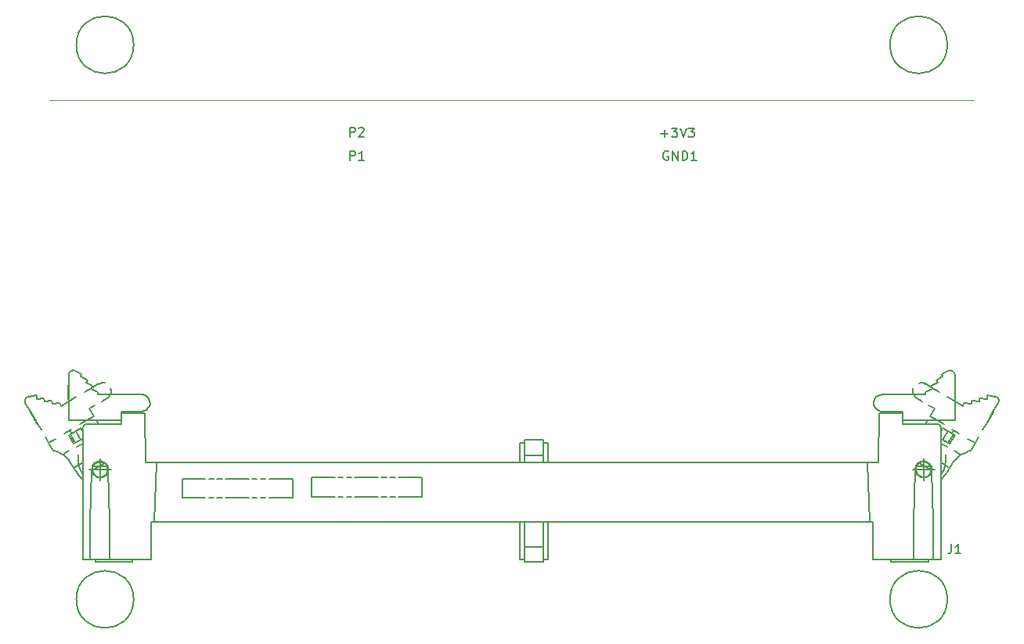
<source format=gbr>
G04 #@! TF.GenerationSoftware,KiCad,Pcbnew,5.1.5+dfsg1-2build2*
G04 #@! TF.CreationDate,2022-05-25T15:14:24+02:00*
G04 #@! TF.ProjectId,ModulAdapter,4d6f6475-6c41-4646-9170-7465722e6b69,rev?*
G04 #@! TF.SameCoordinates,Original*
G04 #@! TF.FileFunction,Legend,Top*
G04 #@! TF.FilePolarity,Positive*
%FSLAX46Y46*%
G04 Gerber Fmt 4.6, Leading zero omitted, Abs format (unit mm)*
G04 Created by KiCad (PCBNEW 5.1.5+dfsg1-2build2) date 2022-05-25 15:14:24*
%MOMM*%
%LPD*%
G04 APERTURE LIST*
%ADD10C,0.100000*%
%ADD11C,0.150000*%
G04 APERTURE END LIST*
D10*
X50000000Y-80000000D02*
X150000000Y-80000000D01*
D11*
X48600000Y-114900000D02*
X48631750Y-114963500D01*
X48600000Y-114900000D02*
X48631750Y-114900000D01*
X48600000Y-114900000D02*
X48568250Y-114836500D01*
X52063302Y-112330120D02*
X52063302Y-112552210D01*
X59943116Y-113662650D02*
X60197306Y-113599150D01*
X60197306Y-113599150D02*
X60451489Y-113503950D01*
X60451489Y-113503950D02*
X60673908Y-113281860D01*
X60673908Y-113281860D02*
X60800999Y-113059780D01*
X60800999Y-113059780D02*
X60864569Y-112805960D01*
X60864569Y-112805960D02*
X60832819Y-112552140D01*
X60832819Y-112552140D02*
X60737499Y-112330060D01*
X60737499Y-112330060D02*
X60546858Y-112076240D01*
X140043948Y-111854210D02*
X139789758Y-111885910D01*
X139789758Y-111885910D02*
X139567348Y-112012820D01*
X139567348Y-112012820D02*
X139313158Y-112203180D01*
X139313158Y-112203180D02*
X139186068Y-112456990D01*
X139186068Y-112456990D02*
X139154268Y-112679080D01*
X139154268Y-112679080D02*
X139154268Y-112932890D01*
X139154268Y-112932890D02*
X139249568Y-113186710D01*
X48695321Y-114995180D02*
X48695321Y-115026880D01*
X48695321Y-114995180D02*
X48727071Y-115026880D01*
X81231321Y-120769480D02*
X81771469Y-120769480D01*
X152530908Y-112203210D02*
X152372038Y-112076310D01*
X152372038Y-112076310D02*
X152213168Y-112012810D01*
X103409178Y-116771890D02*
X101375678Y-116771890D01*
X101375678Y-118421690D02*
X103409178Y-118421690D01*
X101375678Y-118421690D02*
X101375678Y-117089160D01*
X48345810Y-114392370D02*
X48377560Y-114455870D01*
X48377560Y-114455870D02*
X48409339Y-114487520D01*
X48409360Y-114519280D02*
X48409360Y-114582780D01*
X149734838Y-112520480D02*
X149734838Y-112869480D01*
X150560958Y-112234940D02*
X151387068Y-112298440D01*
X148781638Y-113059840D02*
X147923758Y-112552210D01*
X148781638Y-113059840D02*
X148908738Y-112774300D01*
X55304192Y-115058640D02*
X55050010Y-114646180D01*
X55971434Y-119246590D02*
X54636950Y-120008040D01*
X52253943Y-116137350D02*
X52063302Y-116264250D01*
X52349263Y-119341770D02*
X52603453Y-119754220D01*
X54636950Y-120008040D02*
X54700520Y-120261850D01*
X150465628Y-116422890D02*
X150116118Y-117057430D01*
X150116118Y-117057430D02*
X149607748Y-117914060D01*
X152022528Y-113726110D02*
X152594448Y-112774300D01*
X152054308Y-113757830D02*
X151291748Y-115058640D01*
X48695341Y-114963460D02*
X48631751Y-114899960D01*
X48631771Y-112298390D02*
X49426112Y-112234890D01*
X48631771Y-112298390D02*
X48600021Y-111949400D01*
X48186948Y-114106830D02*
X48123378Y-113979920D01*
X48091628Y-114011650D02*
X48155198Y-114106850D01*
X48155198Y-114106850D02*
X48186920Y-114106830D01*
X147192968Y-117089160D02*
X146589268Y-116771890D01*
X146430408Y-117120880D02*
X147065868Y-117501600D01*
X147891988Y-117945780D02*
X148559228Y-118358230D01*
X150116118Y-117057430D02*
X149321788Y-116613250D01*
X100517795Y-119151410D02*
X100708436Y-119151410D01*
X98897350Y-119151410D02*
X98706710Y-119151410D01*
X104076420Y-119151410D02*
X104298834Y-119151410D01*
X104680115Y-119151410D02*
X104902529Y-119151410D01*
X105283810Y-119151410D02*
X105506224Y-119151410D01*
X145191248Y-114202010D02*
X145953808Y-114646180D01*
X145191248Y-114202010D02*
X145699618Y-113345380D01*
X145445428Y-111124500D02*
X146207988Y-111568670D01*
X147129418Y-112108030D02*
X147923758Y-112552210D01*
X87744875Y-120769480D02*
X90223203Y-120769480D01*
X90254976Y-120769480D02*
X90254976Y-122926910D01*
X48155170Y-114106830D02*
X48186920Y-114106830D01*
X48155170Y-114106830D02*
X48186920Y-114138530D01*
X48218719Y-114138550D02*
X48250469Y-114202050D01*
X48600000Y-111949400D02*
X47805667Y-112044600D01*
X47932758Y-113757830D02*
X47964508Y-113789530D01*
X47932758Y-113757830D02*
X47964508Y-113726130D01*
X78371713Y-120769480D02*
X80850040Y-120769480D01*
X48536451Y-114741360D02*
X48600021Y-114836560D01*
X48282269Y-114265460D02*
X48250519Y-114201960D01*
X48218719Y-114233730D02*
X48250469Y-114297230D01*
X48727092Y-115026900D02*
X48695342Y-115058600D01*
X48695321Y-114995180D02*
X48695321Y-114963480D01*
X148908738Y-112774300D02*
X149734838Y-112869500D01*
X151291748Y-115026900D02*
X151291748Y-115058600D01*
X150560958Y-112583940D02*
X149734838Y-112520440D01*
X151291748Y-115026900D02*
X150910468Y-115661450D01*
X144682868Y-110712040D02*
X144460458Y-110585140D01*
X144460458Y-110585140D02*
X144206268Y-110585140D01*
X144206268Y-110585140D02*
X144015628Y-110616840D01*
X143380158Y-111156220D02*
X143380158Y-111219720D01*
X48600000Y-114836540D02*
X48631750Y-114900040D01*
X48600000Y-114836540D02*
X48568250Y-114836540D01*
X48536451Y-114741360D02*
X48536451Y-114741360D01*
X145032378Y-129970290D02*
X145032378Y-129653020D01*
X141028918Y-129653020D02*
X141028918Y-129970290D01*
X103409178Y-129970290D02*
X101375678Y-129970290D01*
X101375678Y-128320490D02*
X103409178Y-128320490D01*
X103409178Y-128320490D02*
X103409178Y-129970290D01*
X101375678Y-129970290D02*
X101375678Y-128320490D01*
X54541630Y-111124500D02*
X54509880Y-111219700D01*
X56575135Y-111854210D02*
X59943116Y-111854210D01*
X57750749Y-114646180D02*
X57750749Y-115058640D01*
X55876114Y-115058640D02*
X55272421Y-115058640D01*
X57750749Y-113853010D02*
X57750749Y-113662650D01*
X57750749Y-113853010D02*
X57750749Y-114646180D01*
X146430408Y-116644980D02*
X146589268Y-116771890D01*
X146589268Y-116771890D02*
X147161198Y-115788350D01*
X147161198Y-115788350D02*
X146621048Y-115502810D01*
X145699618Y-113345380D02*
X145095928Y-112996380D01*
X144365138Y-112583940D02*
X143761438Y-112234940D01*
X56257416Y-120293580D02*
X56289166Y-120039760D01*
X56289166Y-120039760D02*
X56289166Y-119785940D01*
X56289166Y-119785940D02*
X56225596Y-119595580D01*
X55971434Y-119278320D02*
X55717252Y-119151410D01*
X55717252Y-119151410D02*
X55463062Y-119087910D01*
X55463062Y-119087910D02*
X55240650Y-119151410D01*
X55240650Y-119151410D02*
X54986460Y-119278320D01*
X105887505Y-119151410D02*
X106109920Y-119151410D01*
X62357895Y-119151410D02*
X62167254Y-119151410D01*
X62739176Y-119151410D02*
X62961595Y-119151410D01*
X63342876Y-119151410D02*
X63565288Y-119151410D01*
X63946569Y-119151410D02*
X64168980Y-119151410D01*
X54700520Y-120261850D02*
X54859390Y-120515670D01*
X54859390Y-120515670D02*
X55081801Y-120706030D01*
X55081801Y-120706030D02*
X55335991Y-120769530D01*
X55335991Y-120769530D02*
X55590174Y-120769530D01*
X55590174Y-120769530D02*
X55844364Y-120706030D01*
X55844364Y-120706030D02*
X56066775Y-120515670D01*
X56066775Y-120515670D02*
X56257416Y-120293580D01*
X149448878Y-117945780D02*
X149004058Y-118136150D01*
X149004058Y-118136150D02*
X148527458Y-118358230D01*
X152594448Y-112774300D02*
X152658048Y-112583940D01*
X152658048Y-112583940D02*
X152657998Y-112393570D01*
X152657998Y-112393570D02*
X152530908Y-112203210D01*
X147923758Y-110807230D02*
X147923758Y-109728510D01*
X147923758Y-110807230D02*
X147923758Y-112330120D01*
X147923758Y-112552210D02*
X147923758Y-114646180D01*
X146493948Y-109601610D02*
X147192968Y-109252610D01*
X146493948Y-109601610D02*
X146621048Y-109918870D01*
X147764898Y-116137350D02*
X147923758Y-116264250D01*
X147764898Y-116137350D02*
X147192968Y-117089160D01*
X147383608Y-117184340D02*
X147923758Y-116264250D01*
X147764898Y-116137350D02*
X147161198Y-115788350D01*
X54986460Y-119278320D02*
X54764049Y-119500400D01*
X54764049Y-119500400D02*
X54700479Y-119595600D01*
X56257395Y-119595580D02*
X56066755Y-119341770D01*
X56066755Y-119341770D02*
X55971435Y-119278270D01*
X54700500Y-119595580D02*
X54636930Y-119817680D01*
X54636930Y-119817680D02*
X54636930Y-120039760D01*
X53366015Y-109918870D02*
X53493107Y-109601610D01*
X82120977Y-120769480D02*
X82692899Y-120769480D01*
X83042407Y-120769480D02*
X85552508Y-120769480D01*
X147192968Y-117089160D02*
X147383608Y-117184360D01*
X147383608Y-119754220D02*
X147161198Y-120134940D01*
X147383608Y-119754220D02*
X147637798Y-119341770D01*
X147383608Y-119754220D02*
X146430408Y-119183130D01*
X85902016Y-120769480D02*
X86473937Y-120769480D01*
X86823445Y-120769480D02*
X87395367Y-120769480D01*
X145477208Y-111219680D02*
X144746418Y-111536950D01*
X145286568Y-119595580D02*
X143761438Y-119595580D01*
X142236318Y-113662650D02*
X140043948Y-113662650D01*
X145922028Y-110267870D02*
X146621048Y-109918870D01*
X146938778Y-118358230D02*
X146938778Y-118802410D01*
X48409360Y-114519280D02*
X48409360Y-114487580D01*
X48409360Y-114519280D02*
X48441110Y-114550980D01*
X48218719Y-114233730D02*
X48186969Y-114138530D01*
X48250469Y-114297230D02*
X48314060Y-114392390D01*
X48250490Y-114297190D02*
X48282240Y-114265490D01*
X48282240Y-114265490D02*
X48345839Y-114392370D01*
X48377589Y-114487550D02*
X48409339Y-114487550D01*
X48377589Y-114487550D02*
X48409339Y-114519250D01*
X48345810Y-114487550D02*
X48377560Y-114455850D01*
X144746418Y-115058640D02*
X145413658Y-115058640D01*
X142236318Y-113853010D02*
X142236318Y-113662650D01*
X148400358Y-116073890D02*
X147637798Y-115629720D01*
X146716368Y-115058640D02*
X145953808Y-114646180D01*
X149448878Y-117945780D02*
X149607748Y-117914080D01*
X150560958Y-112583940D02*
X150560958Y-112234940D01*
X136453548Y-119151410D02*
X136644188Y-119151410D01*
X137025468Y-119151410D02*
X137247878Y-119151410D01*
X137629158Y-119151410D02*
X137851578Y-119151410D01*
X136040498Y-119151410D02*
X135849858Y-119151410D01*
X146049128Y-110553420D02*
X145922028Y-110267870D01*
X103409178Y-117089160D02*
X103409178Y-118421690D01*
X101375678Y-117089160D02*
X101375678Y-116771890D01*
X103409178Y-116771890D02*
X103409178Y-117089160D01*
X100104741Y-119151410D02*
X99914100Y-119151410D01*
X99501045Y-119151410D02*
X99310405Y-119151410D01*
X81771469Y-122926910D02*
X81231321Y-122926910D01*
X80850040Y-122926910D02*
X78371713Y-122926910D01*
X85552508Y-122926910D02*
X83042407Y-122926910D01*
X145191248Y-120452240D02*
X145318338Y-120230150D01*
X145318338Y-120230150D02*
X145381938Y-120008060D01*
X145286568Y-119595580D02*
X145095928Y-119341770D01*
X145095928Y-119341770D02*
X144873508Y-119183130D01*
X144873508Y-119183130D02*
X144619328Y-119119630D01*
X144619328Y-119119630D02*
X144365138Y-119119630D01*
X145953808Y-114646180D02*
X147923758Y-114646180D01*
X147955538Y-112330120D02*
X147955538Y-110807230D01*
X143761438Y-119595580D02*
X143697838Y-119817680D01*
X143697838Y-119817680D02*
X143697838Y-120071490D01*
X143697838Y-120071490D02*
X143761438Y-120325300D01*
X143380158Y-111219720D02*
X143348358Y-111441770D01*
X143348358Y-111441770D02*
X143380078Y-111695580D01*
X143380078Y-111695580D02*
X143443758Y-111854210D01*
X146430408Y-121023290D02*
X146875228Y-120547390D01*
X146875228Y-120547390D02*
X147161198Y-120134940D01*
X78371713Y-122926910D02*
X78371713Y-120769480D01*
X139249568Y-113186710D02*
X139440208Y-113408800D01*
X139440208Y-113408800D02*
X139694388Y-113567440D01*
X139694388Y-113567440D02*
X139916808Y-113662640D01*
X139916808Y-113662640D02*
X140043898Y-113662640D01*
X146430408Y-120452210D02*
X146716368Y-119976310D01*
X146716368Y-119976310D02*
X146843458Y-119500400D01*
X145413658Y-115058640D02*
X145540748Y-115058640D01*
X147923758Y-112552210D02*
X147923758Y-112330120D01*
X144142718Y-115058640D02*
X144746418Y-115058640D01*
X145477208Y-111219680D02*
X145445408Y-111124480D01*
X147574208Y-109252590D02*
X147383568Y-109220890D01*
X147383568Y-109220890D02*
X147224698Y-109252590D01*
X54954689Y-129970290D02*
X58958142Y-129970290D01*
X58958142Y-129970290D02*
X58958142Y-129653020D01*
X54954689Y-129653020D02*
X54954689Y-129970290D01*
X141028918Y-129970290D02*
X145032378Y-129970290D01*
X145413658Y-115058640D02*
X145540748Y-115058640D01*
X103885779Y-129653020D02*
X103440951Y-129653020D01*
X103885779Y-129653020D02*
X103885779Y-125623700D01*
X104076420Y-125623700D02*
X104298834Y-125623700D01*
X104298834Y-125623700D02*
X104489475Y-125623700D01*
X104076420Y-125623700D02*
X103885779Y-125623700D01*
X103440951Y-125623700D02*
X103440951Y-129653020D01*
X105093170Y-125623700D02*
X105283810Y-125623700D01*
X105696865Y-125623700D02*
X105887505Y-125623700D01*
X105696865Y-125623700D02*
X105506224Y-125623700D01*
X105506224Y-125623700D02*
X105283810Y-125623700D01*
X105887505Y-125623700D02*
X106109920Y-125623700D01*
X105093170Y-125623700D02*
X104902529Y-125623700D01*
X47996308Y-113821290D02*
X47964558Y-113789590D01*
X47996308Y-113757830D02*
X47996308Y-113789530D01*
X47996308Y-113789530D02*
X47964558Y-113789550D01*
X56257395Y-119595580D02*
X54700500Y-119595580D01*
X53493107Y-109601610D02*
X52794094Y-109252610D01*
X53080054Y-118358230D02*
X53080054Y-118802410D01*
X54382768Y-115058640D02*
X54446338Y-115058640D01*
X54573408Y-115058640D02*
X55272421Y-115058640D01*
X54573408Y-115058640D02*
X54446310Y-115058640D01*
X52031531Y-111092770D02*
X52031531Y-111219680D01*
X52031531Y-111092770D02*
X52031531Y-110997570D01*
X52031531Y-110902410D02*
X52031531Y-110870710D01*
X52031531Y-110838960D02*
X52031531Y-110807260D01*
X52031531Y-110838960D02*
X52031531Y-110870660D01*
X52031531Y-111759030D02*
X52031531Y-111854230D01*
X52031531Y-111854230D02*
X52031531Y-111981130D01*
X143443698Y-111854210D02*
X143602568Y-112108030D01*
X143602568Y-112108030D02*
X143793208Y-112234940D01*
X148559228Y-118358230D02*
X148082628Y-118738960D01*
X148082628Y-118738960D02*
X147701348Y-119214860D01*
X147701348Y-119214860D02*
X147637748Y-119341770D01*
X47996308Y-113821290D02*
X48028058Y-113821290D01*
X47996308Y-113757830D02*
X47932738Y-113757830D01*
X47996308Y-113789550D02*
X48028058Y-113821250D01*
X55844364Y-120706030D02*
X56066775Y-120515670D01*
X56066775Y-120515670D02*
X56257416Y-120293580D01*
X56257416Y-120293580D02*
X56289166Y-120039760D01*
X56289166Y-120039760D02*
X56289166Y-119785940D01*
X56289166Y-119785940D02*
X56225596Y-119595580D01*
X55971434Y-119278320D02*
X55717252Y-119151410D01*
X55717252Y-119151410D02*
X55463062Y-119087910D01*
X55463062Y-119087910D02*
X55240650Y-119151410D01*
X55240650Y-119151410D02*
X54986460Y-119278320D01*
X54986460Y-119278320D02*
X54764049Y-119500400D01*
X54764049Y-119500400D02*
X54700479Y-119595600D01*
X66869727Y-122990370D02*
X64391400Y-122990370D01*
X64359621Y-122990370D02*
X64359621Y-120928110D01*
X55653703Y-112583940D02*
X56225624Y-112234940D01*
X53366015Y-115502810D02*
X52857643Y-115788350D01*
X145540748Y-115058640D02*
X145604348Y-115058640D01*
X144746418Y-111854210D02*
X144746418Y-111536950D01*
X52381042Y-109252610D02*
X52222172Y-109347810D01*
X52222172Y-109347810D02*
X52095081Y-109538170D01*
X52095081Y-109538170D02*
X52063331Y-109728530D01*
X104298834Y-125623700D02*
X104076420Y-125623700D01*
X105506224Y-125623700D02*
X105283810Y-125623700D01*
X104902529Y-125623700D02*
X104680115Y-125623700D01*
X105887505Y-125623700D02*
X106109920Y-125623700D01*
X99501045Y-125623700D02*
X99310405Y-125623700D01*
X98706710Y-125623700D02*
X98897350Y-125623700D01*
X100104741Y-125623700D02*
X99914100Y-125623700D01*
X100517795Y-125623700D02*
X100708436Y-125623700D01*
X62167254Y-125623700D02*
X62357895Y-125623700D01*
X53779067Y-111568670D02*
X54541630Y-111124500D01*
X53588427Y-119183130D02*
X52603453Y-119754220D01*
X52603453Y-119754220D02*
X52825865Y-120134940D01*
X60546858Y-112076240D02*
X60324447Y-111917610D01*
X60324447Y-111917610D02*
X60070257Y-111854110D01*
X60070257Y-111854110D02*
X59943166Y-111854110D01*
X54636950Y-120008040D02*
X54700520Y-120261850D01*
X54700520Y-120261850D02*
X54859390Y-120515670D01*
X54859390Y-120515670D02*
X55081801Y-120706030D01*
X55081801Y-120706030D02*
X55335991Y-120769530D01*
X55335991Y-120769530D02*
X55590174Y-120769530D01*
X55590174Y-120769530D02*
X55844364Y-120706030D01*
X49870935Y-117057430D02*
X49521433Y-116422890D01*
X49108373Y-115661450D02*
X48727092Y-115026900D01*
X48345810Y-114487550D02*
X48377560Y-114487550D01*
X48314039Y-114392370D02*
X48345789Y-114392370D01*
X48409360Y-114519280D02*
X48409360Y-114519280D01*
X48028079Y-113916470D02*
X48091649Y-114011670D01*
X48059850Y-113884740D02*
X48028100Y-113821240D01*
X47996308Y-113821290D02*
X48028058Y-113916490D01*
X54033257Y-114646180D02*
X54827591Y-114202010D01*
X52063302Y-112552210D02*
X51237198Y-113059840D01*
X152054308Y-113757830D02*
X152022508Y-113726130D01*
X152022508Y-113726130D02*
X151291748Y-115026900D01*
X151387068Y-111949400D02*
X152213168Y-112044600D01*
X151387068Y-111949400D02*
X151387068Y-112298390D01*
X52063302Y-110838960D02*
X52063302Y-110807260D01*
X52063302Y-110838960D02*
X52063302Y-110870660D01*
X52063302Y-111092770D02*
X52063302Y-111219680D01*
X52063302Y-111346590D02*
X52063302Y-111441790D01*
X52063302Y-111283130D02*
X52063302Y-111251430D01*
X52063302Y-111251430D02*
X52063302Y-111219710D01*
X52063302Y-112139760D02*
X52063302Y-112234960D01*
X52063302Y-112266670D02*
X52063302Y-112330170D01*
X52063302Y-112266670D02*
X52063302Y-112234970D01*
X72461847Y-122990370D02*
X71921703Y-122990370D01*
X71540422Y-122990370D02*
X69062094Y-122990370D01*
X48186920Y-114106830D02*
X48218698Y-114138530D01*
X48218698Y-114138530D02*
X48186969Y-114138550D01*
X48186948Y-114106830D02*
X48186948Y-114106830D01*
X62739176Y-125623700D02*
X62961595Y-125623700D01*
X63565288Y-125623700D02*
X63342876Y-125623700D01*
X64168980Y-125623700D02*
X63946569Y-125623700D01*
X136040498Y-125623700D02*
X135849858Y-125623700D01*
X136453548Y-125623700D02*
X136644188Y-125623700D01*
X137025468Y-125623700D02*
X137247878Y-125623700D01*
X137629158Y-125623700D02*
X137851578Y-125623700D01*
X142236318Y-115058640D02*
X142236318Y-114646180D01*
X142236318Y-114646180D02*
X142236318Y-113853010D01*
X142236318Y-113853010D02*
X139694438Y-113853010D01*
X145540748Y-115058640D02*
X145604348Y-115058640D01*
X145413658Y-115058640D02*
X144746418Y-115058640D01*
X144746418Y-115058640D02*
X144142718Y-115058640D01*
X52063302Y-111568670D02*
X52031552Y-111568670D01*
X54509859Y-111219680D02*
X55240650Y-111536950D01*
X54096807Y-110267870D02*
X53366015Y-109918870D01*
X54096807Y-110267870D02*
X53937937Y-110553420D01*
X57750749Y-113662650D02*
X59943116Y-113662650D01*
X56575135Y-111854210D02*
X55240650Y-111854210D01*
X55240650Y-111854210D02*
X55240650Y-111536950D01*
X54033257Y-114646180D02*
X57750749Y-114646180D01*
X52794094Y-117089160D02*
X52635224Y-117184360D01*
X52635224Y-117184360D02*
X52063302Y-116264250D01*
X48695321Y-115058640D02*
X48695321Y-115026940D01*
X48695321Y-115026940D02*
X48631751Y-114963400D01*
X48631751Y-114963400D02*
X48695341Y-114963460D01*
X53588427Y-117120880D02*
X52921185Y-117501600D01*
X52126852Y-117945780D02*
X51427839Y-118358230D01*
X52031531Y-110838960D02*
X52063281Y-110838960D01*
X52031531Y-111346590D02*
X52031531Y-111441790D01*
X52031531Y-111441790D02*
X52063281Y-111441770D01*
X52031531Y-112139760D02*
X52031531Y-112234960D01*
X52031531Y-112076310D02*
X52031531Y-111981110D01*
X52031531Y-112266670D02*
X52031531Y-112330170D01*
X52031531Y-112139760D02*
X52031531Y-112076260D01*
X52031531Y-112234940D02*
X52031531Y-112266640D01*
X56575135Y-111854210D02*
X56638705Y-111632130D01*
X56638705Y-111632130D02*
X56670427Y-111378310D01*
X56670427Y-111378310D02*
X56606885Y-111187950D01*
X56003213Y-110585140D02*
X55971463Y-110585140D01*
X147955538Y-110807230D02*
X147923738Y-110807230D01*
X53588427Y-116644980D02*
X53397786Y-116771890D01*
X86473937Y-122926910D02*
X85902016Y-122926910D01*
X82692899Y-122926910D02*
X82120977Y-122926910D01*
X87395367Y-122926910D02*
X86823445Y-122926910D01*
X47805667Y-112012850D02*
X47615026Y-112076350D01*
X47615026Y-112076350D02*
X47456157Y-112234940D01*
X47456157Y-112234940D02*
X47360837Y-112425300D01*
X47360837Y-112425300D02*
X47360836Y-112583940D01*
X47360836Y-112583940D02*
X47392586Y-112774300D01*
X73764560Y-120928110D02*
X76274659Y-120928110D01*
X76274659Y-120928110D02*
X76274659Y-122990370D01*
X52158623Y-115724900D02*
X52190373Y-115756600D01*
X143348378Y-119912860D02*
X145699618Y-119912860D01*
X144523998Y-121118470D02*
X144523998Y-118770690D01*
X56638677Y-119912860D02*
X54287447Y-119912860D01*
X48250490Y-114202010D02*
X48218740Y-114233710D01*
X47964529Y-113726110D02*
X47392607Y-112774300D01*
X52063302Y-112552210D02*
X52857643Y-112108030D01*
X54033257Y-114646180D02*
X52063302Y-114646180D01*
X54541630Y-111124500D02*
X54668729Y-110902410D01*
X54668729Y-110902410D02*
X53937937Y-110553420D01*
X52063302Y-112552210D02*
X52063302Y-114646180D01*
X52063302Y-110807230D02*
X52063302Y-109728510D01*
X52063302Y-111283130D02*
X52063302Y-111346630D01*
X52063302Y-111092770D02*
X52063302Y-110997570D01*
X52063302Y-110997570D02*
X52063302Y-110902390D01*
X52063302Y-110902390D02*
X52063302Y-110870710D01*
X142236318Y-115058640D02*
X142236318Y-114646180D01*
X142236318Y-114646180D02*
X142236318Y-113853010D01*
X52063302Y-111219680D02*
X52031552Y-111219680D01*
X52031531Y-112330120D02*
X52063281Y-112330120D01*
X52063302Y-112266670D02*
X52031552Y-112266670D01*
X52031531Y-112234940D02*
X52063281Y-112234940D01*
X52063302Y-112139760D02*
X52031552Y-112139760D01*
X52031531Y-112076310D02*
X52063281Y-112076310D01*
X52031531Y-110997590D02*
X52031531Y-110902390D01*
X51237198Y-113059840D02*
X51078328Y-112774300D01*
X51078328Y-112774300D02*
X50283995Y-112869500D01*
X50283995Y-112869500D02*
X50252245Y-112520480D01*
X52857643Y-115788350D02*
X53397786Y-116771890D01*
X52794094Y-117089160D02*
X52253943Y-116137350D01*
X68140662Y-120928110D02*
X68712584Y-120928110D01*
X69062094Y-120928110D02*
X71540422Y-120928110D01*
X52031531Y-111981130D02*
X52063281Y-111981130D01*
X52063302Y-111854210D02*
X52031552Y-111854210D01*
X52031531Y-111759030D02*
X52063281Y-111759030D01*
X52063302Y-111092770D02*
X52031552Y-111092770D01*
X52031531Y-110807230D02*
X52063281Y-110807230D01*
X52063302Y-110997590D02*
X52031552Y-110997590D01*
X52031531Y-110902410D02*
X52063281Y-110902410D01*
X52063302Y-110870680D02*
X52031552Y-110870680D01*
X47996308Y-113757830D02*
X47964558Y-113726130D01*
X48441131Y-114551000D02*
X48504701Y-114646200D01*
X48536451Y-114741360D02*
X48568201Y-114836560D01*
X76274659Y-122990370D02*
X73764560Y-122990370D01*
X73383279Y-122990370D02*
X72843128Y-122990370D01*
X48441131Y-114551000D02*
X48409381Y-114582700D01*
X48472909Y-114646180D02*
X48536479Y-114741380D01*
X48345810Y-114487550D02*
X48314060Y-114392350D01*
X54319218Y-113345380D02*
X54827591Y-114202010D01*
X54319218Y-113345380D02*
X54922911Y-112996380D01*
X49870935Y-117057430D02*
X50379315Y-117914060D01*
X49870935Y-117057430D02*
X50665276Y-116613250D01*
X55463062Y-121118470D02*
X55463062Y-118770690D01*
X144682868Y-115058640D02*
X144937058Y-114646180D01*
X145445428Y-111124500D02*
X144682868Y-110680320D01*
X146621048Y-115502810D02*
X146430408Y-115851810D01*
X52794094Y-117089160D02*
X53397786Y-116771890D01*
X52857643Y-115788350D02*
X52253943Y-116137350D01*
X147828438Y-115724900D02*
X147796638Y-115756600D01*
X147923758Y-112330120D02*
X147955558Y-112330120D01*
X52063302Y-112139760D02*
X52063302Y-112076260D01*
X52063302Y-112076260D02*
X52063302Y-111981110D01*
X52063302Y-111854210D02*
X52063302Y-111759010D01*
X52063302Y-111854210D02*
X52063302Y-111981130D01*
X52063302Y-111759030D02*
X52063302Y-111727330D01*
X52063302Y-111727330D02*
X52063302Y-111695610D01*
X52063302Y-111695610D02*
X52063302Y-111632080D01*
X52063302Y-111632080D02*
X52063302Y-111568630D01*
X52063302Y-111568630D02*
X52063302Y-111441770D01*
X145445428Y-111124500D02*
X145318338Y-110902410D01*
X143411928Y-111854210D02*
X140043948Y-111854210D01*
X143411928Y-111854210D02*
X144746418Y-111854210D01*
X145953808Y-114646180D02*
X142236318Y-114646180D01*
X145318338Y-110902410D02*
X146049128Y-110553420D01*
X48059850Y-113884740D02*
X48028100Y-113916440D01*
X48091628Y-114011650D02*
X48123378Y-113979950D01*
X48123378Y-113979950D02*
X48059829Y-113884720D01*
X55971463Y-110585140D02*
X55749023Y-110585140D01*
X55749023Y-110585140D02*
X55494833Y-110616840D01*
X55494833Y-110616840D02*
X55335971Y-110712060D01*
X56225624Y-112234940D02*
X56448036Y-112044580D01*
X52349263Y-119341770D02*
X52031531Y-118865870D01*
X52031531Y-118865870D02*
X51554930Y-118453410D01*
X51554930Y-118453410D02*
X51427839Y-118358210D01*
X51427839Y-118358210D02*
X50983008Y-118104420D01*
X50983008Y-118104420D02*
X50538177Y-117945780D01*
X56448036Y-112044580D02*
X56575135Y-111854210D01*
X52825865Y-120134940D02*
X53175375Y-120610850D01*
X53175375Y-120610850D02*
X53588427Y-121023290D01*
X143761438Y-120325300D02*
X143952078Y-120547390D01*
X143952078Y-120547390D02*
X144206268Y-120706030D01*
X144206268Y-120706030D02*
X144460458Y-120801230D01*
X144460458Y-120801230D02*
X144682868Y-120769530D01*
X144682868Y-120769530D02*
X144937058Y-120674330D01*
X144937058Y-120674330D02*
X145191248Y-120452240D01*
X146843458Y-119500400D02*
X146938758Y-119056230D01*
X146938758Y-119056230D02*
X146938758Y-118802410D01*
X147796668Y-115756630D02*
X147574248Y-116042170D01*
X147955538Y-109728510D02*
X147891938Y-109538150D01*
X147891938Y-109538150D02*
X147764848Y-109347790D01*
X147764848Y-109347790D02*
X147574208Y-109252590D01*
X144365138Y-119119630D02*
X144142718Y-119214830D01*
X144142718Y-119214830D02*
X144047418Y-119278330D01*
X145350108Y-120008040D02*
X145350108Y-119785940D01*
X145350108Y-119785940D02*
X145286508Y-119595580D01*
X144047398Y-119278320D02*
X143824978Y-119500400D01*
X143824978Y-119500400D02*
X143761378Y-119595600D01*
X64359621Y-120928110D02*
X66869727Y-120928110D01*
X67251009Y-120928110D02*
X67759381Y-120928110D01*
X52031531Y-111346590D02*
X52031531Y-111283090D01*
X52031531Y-111251410D02*
X52031531Y-111219710D01*
X52031531Y-111251410D02*
X52031531Y-111283110D01*
X52031531Y-111346590D02*
X52063281Y-111346590D01*
X52063302Y-111283130D02*
X52031552Y-111283130D01*
X52031531Y-111251410D02*
X52063281Y-111251410D01*
X71921703Y-120928110D02*
X72461847Y-120928110D01*
X72843128Y-120928110D02*
X73383279Y-120928110D01*
X90254976Y-122926910D02*
X87744875Y-122926910D01*
X50379315Y-117914060D02*
X50538177Y-117945760D01*
X50252216Y-112520480D02*
X49457883Y-112583980D01*
X49457883Y-112583980D02*
X49426133Y-112234940D01*
X48472909Y-114646180D02*
X48409339Y-114582680D01*
X48472909Y-114646180D02*
X48504659Y-114646180D01*
X48504659Y-114646180D02*
X48536430Y-114741380D01*
X52031531Y-111632130D02*
X52031531Y-111568630D01*
X52031531Y-111727310D02*
X52031531Y-111759010D01*
X52031531Y-111727310D02*
X52031531Y-111695610D01*
X52031531Y-111568670D02*
X52031531Y-111441770D01*
X52031531Y-111632130D02*
X52031531Y-111695630D01*
X52031531Y-111727310D02*
X52063281Y-111727310D01*
X52063302Y-111695580D02*
X52031552Y-111695580D01*
X52031531Y-111632130D02*
X52063281Y-111632130D01*
X68712584Y-122990370D02*
X68140662Y-122990370D01*
X67759381Y-122990370D02*
X67251009Y-122990370D01*
X56257395Y-119595580D02*
X56066755Y-119341770D01*
X56066755Y-119341770D02*
X55971435Y-119278270D01*
X54700500Y-119595580D02*
X54636930Y-119817680D01*
X54636930Y-119817680D02*
X54636930Y-120039760D01*
X53080054Y-118802410D02*
X53111804Y-119278320D01*
X53111804Y-119278320D02*
X53207124Y-119722490D01*
X53207124Y-119722490D02*
X53429543Y-120198400D01*
X53429543Y-120198400D02*
X53588405Y-120452210D01*
X52444583Y-116042170D02*
X52190401Y-115756630D01*
X52762323Y-109252610D02*
X52571682Y-109220910D01*
X52571682Y-109220910D02*
X52381042Y-109252610D01*
X51586701Y-116073890D02*
X52349263Y-115629720D01*
X53270695Y-115058640D02*
X54033257Y-114646180D01*
X53588427Y-115851810D02*
X53366015Y-115502810D01*
X54541630Y-111124500D02*
X55335971Y-110680320D01*
X104680115Y-125623700D02*
X104489475Y-125623700D01*
X104680115Y-125623700D02*
X104902529Y-125623700D01*
X103885779Y-125623700D02*
X100708436Y-125623700D01*
X100708436Y-125623700D02*
X100517795Y-125623700D01*
X94321976Y-125623700D02*
X93908921Y-125623700D01*
X93908921Y-125623700D02*
X93877151Y-125623700D01*
X94512616Y-125623700D02*
X94925671Y-125623700D01*
X94925671Y-125623700D02*
X95116311Y-125623700D01*
X95116311Y-125623700D02*
X95529366Y-125623700D01*
X95656460Y-125623700D02*
X98706710Y-125623700D01*
X95656460Y-125623700D02*
X95529366Y-125623700D01*
X100295381Y-125623700D02*
X100517795Y-125623700D01*
X99914100Y-125623700D02*
X99501045Y-125623700D01*
X99310405Y-125623700D02*
X98897350Y-125623700D01*
X99310405Y-125623700D02*
X99501045Y-125623700D01*
X100104741Y-125623700D02*
X100295381Y-125623700D01*
X100104741Y-125623700D02*
X99914100Y-125623700D01*
X98897350Y-125623700D02*
X98706710Y-125623700D01*
X94512616Y-125623700D02*
X94321976Y-125623700D01*
X99310405Y-119151410D02*
X99501045Y-119151410D01*
X98897350Y-119151410D02*
X98706710Y-119151410D01*
X98897350Y-119151410D02*
X99310405Y-119151410D01*
X99914100Y-119151410D02*
X100104741Y-119151410D01*
X100517795Y-119151410D02*
X100708436Y-119151410D01*
X99914100Y-119151410D02*
X99501045Y-119151410D01*
X100104741Y-119151410D02*
X100517795Y-119151410D01*
X105283810Y-119151410D02*
X105506224Y-119151410D01*
X105887505Y-119151410D02*
X106109920Y-119151410D01*
X105887505Y-119151410D02*
X105506224Y-119151410D01*
X100899076Y-119151410D02*
X100899076Y-117089160D01*
X101343905Y-117089160D02*
X101343905Y-119151410D01*
X104680115Y-119151410D02*
X104902529Y-119151410D01*
X104298834Y-119151410D02*
X104076420Y-119151410D01*
X104076420Y-119151410D02*
X100708436Y-119151410D01*
X104902529Y-119151410D02*
X105283810Y-119151410D01*
X104680115Y-119151410D02*
X104298834Y-119151410D01*
X101343905Y-117089160D02*
X100899076Y-117089160D01*
X103440951Y-117089160D02*
X103440951Y-119151410D01*
X103885779Y-119151410D02*
X103885779Y-117089160D01*
X103440951Y-117089160D02*
X103409181Y-117089160D01*
X103440951Y-117089160D02*
X103885779Y-117089160D01*
X64168980Y-119151410D02*
X63946569Y-119151410D01*
X63565288Y-119151410D02*
X63342876Y-119151410D01*
X101343905Y-117089160D02*
X101375675Y-117089160D01*
X62961595Y-119151410D02*
X62739176Y-119151410D01*
X62357895Y-119151410D02*
X62167254Y-119151410D01*
X62357895Y-119151410D02*
X62739176Y-119151410D01*
X60356168Y-119151410D02*
X60324418Y-113853010D01*
X61563561Y-119151410D02*
X62167254Y-119151410D01*
X63565288Y-119151410D02*
X63946569Y-119151410D01*
X63342876Y-119151410D02*
X62961595Y-119151410D01*
X64168980Y-119151410D02*
X98706710Y-119151410D01*
X57750749Y-115058640D02*
X57750749Y-114646180D01*
X55876114Y-115058640D02*
X55272421Y-115058640D01*
X57750749Y-114646180D02*
X57750749Y-113853010D01*
X135849858Y-119151410D02*
X136040498Y-119151410D01*
X136453548Y-119151410D02*
X136644188Y-119151410D01*
X137629158Y-119151410D02*
X137851578Y-119151410D01*
X137247878Y-119151410D02*
X137025468Y-119151410D01*
X137025468Y-119151410D02*
X136644188Y-119151410D01*
X136453548Y-119151410D02*
X136040498Y-119151410D01*
X137247878Y-119151410D02*
X137629158Y-119151410D01*
X138455278Y-119151410D02*
X139630888Y-119151410D01*
X138455278Y-119151410D02*
X137851578Y-119151410D01*
X139630888Y-119151410D02*
X139694488Y-113853010D01*
X135849858Y-119151410D02*
X106109920Y-119151410D01*
X142236318Y-115058640D02*
X144142718Y-115058640D01*
X145604298Y-115058640D02*
X145922028Y-115058640D01*
X135659218Y-125623700D02*
X106109920Y-125623700D01*
X145604298Y-125623700D02*
X145604298Y-129653020D01*
X61341150Y-125623700D02*
X60959869Y-125623700D01*
X145604298Y-129653020D02*
X146430408Y-129653020D01*
X62739176Y-125623700D02*
X62580314Y-125623700D01*
X62357895Y-125623700D02*
X62167254Y-125623700D01*
X62357895Y-125623700D02*
X62580314Y-125623700D01*
X62167254Y-125623700D02*
X61976614Y-125623700D01*
X62961595Y-125623700D02*
X63152236Y-125623700D01*
X62961595Y-125623700D02*
X62739176Y-125623700D01*
X63152236Y-125623700D02*
X63342876Y-125623700D01*
X63342876Y-125623700D02*
X63565288Y-125623700D01*
X63565288Y-125623700D02*
X63755928Y-125623700D01*
X64168980Y-125623700D02*
X93877147Y-125623700D01*
X63946569Y-125623700D02*
X63755928Y-125623700D01*
X63946569Y-125623700D02*
X64168980Y-125623700D01*
X61341150Y-125623700D02*
X61563561Y-119151410D01*
X61341150Y-125623700D02*
X61976614Y-125623700D01*
X54382768Y-115058640D02*
X54065028Y-115058640D01*
X54382768Y-115058640D02*
X54446338Y-115058640D01*
X55876114Y-115058640D02*
X57750749Y-115058640D01*
X55272421Y-115058640D02*
X54573408Y-115058640D01*
X54573408Y-115058640D02*
X54446310Y-115058640D01*
X139027198Y-125623700D02*
X139027198Y-129653020D01*
X143443698Y-129653020D02*
X143443698Y-125623700D01*
X143443698Y-129653020D02*
X139027198Y-129653020D01*
X143443698Y-129653020D02*
X145604298Y-129653020D01*
X56543356Y-125623700D02*
X56352716Y-119912860D01*
X60959869Y-125623700D02*
X60959869Y-129653020D01*
X53588427Y-129653020D02*
X53588427Y-115534540D01*
X56543356Y-125623700D02*
X56543356Y-129653020D01*
X54414539Y-129653020D02*
X54414539Y-125623700D01*
X54414539Y-129653020D02*
X56543356Y-129653020D01*
X54414539Y-129653020D02*
X53588427Y-129653020D01*
X56543356Y-129653020D02*
X60959869Y-129653020D01*
X101343905Y-129653020D02*
X101343905Y-125623700D01*
X100899076Y-125623700D02*
X100899076Y-129653020D01*
X103409178Y-129653020D02*
X103440948Y-129653020D01*
X101375678Y-129653020D02*
X101343908Y-129653020D01*
X101343908Y-129653020D02*
X100899076Y-129653020D01*
X54414539Y-125623700D02*
X54573408Y-119912860D01*
X60356168Y-119151410D02*
X61563561Y-119151410D01*
X60324397Y-113853010D02*
X57750749Y-113853010D01*
X145413658Y-119912860D02*
X145604298Y-125623700D01*
X143443698Y-125623700D02*
X143634338Y-119912860D01*
X146430408Y-115534540D02*
X146430408Y-129653020D01*
X135849858Y-125623700D02*
X135659218Y-125623700D01*
X135849858Y-125623700D02*
X136040498Y-125623700D01*
X136040498Y-125623700D02*
X136231138Y-125623700D01*
X136231138Y-125623700D02*
X136453548Y-125623700D01*
X136453548Y-125623700D02*
X136644188Y-125623700D01*
X136644188Y-125623700D02*
X136834828Y-125623700D01*
X136834828Y-125623700D02*
X137025468Y-125623700D01*
X137025468Y-125623700D02*
X137247878Y-125623700D01*
X137247878Y-125623700D02*
X137438518Y-125623700D01*
X137438518Y-125623700D02*
X137597388Y-125623700D01*
X138677688Y-125623700D02*
X138455278Y-119151410D01*
X138677688Y-125623700D02*
X137851578Y-125623700D01*
X137629158Y-125623700D02*
X137629158Y-125623700D01*
X137629158Y-125623700D02*
X137851578Y-125623700D01*
X138677688Y-125623700D02*
X139027198Y-125623700D01*
X137629158Y-125623700D02*
X137597458Y-125623700D01*
X145413658Y-119944580D02*
X145381958Y-119690760D01*
X145381958Y-119690760D02*
X145286658Y-119468680D01*
X145286658Y-119468680D02*
X145064248Y-119246590D01*
X145064248Y-119246590D02*
X144810058Y-119087950D01*
X144810058Y-119087950D02*
X144555868Y-119056250D01*
X144555868Y-119056250D02*
X144333458Y-119087950D01*
X144333458Y-119087950D02*
X144079268Y-119183150D01*
X144079268Y-119183150D02*
X143825078Y-119373520D01*
X143825078Y-119373520D02*
X143697988Y-119627330D01*
X143697988Y-119627330D02*
X143634388Y-119881140D01*
X143634388Y-119881140D02*
X143634388Y-119944640D01*
X143634388Y-119944640D02*
X143666138Y-120198400D01*
X143666138Y-120198400D02*
X143761438Y-120420480D01*
X143761438Y-120420480D02*
X144015628Y-120642570D01*
X144015628Y-120642570D02*
X144238038Y-120801210D01*
X144238038Y-120801210D02*
X144492228Y-120832910D01*
X144492228Y-120832910D02*
X144746418Y-120801210D01*
X144746418Y-120801210D02*
X144968838Y-120706010D01*
X144968838Y-120706010D02*
X145223028Y-120515650D01*
X145223028Y-120515650D02*
X145350118Y-120261830D01*
X145350118Y-120261830D02*
X145413718Y-120008020D01*
X145413718Y-120008020D02*
X145413658Y-119944580D01*
X146430408Y-115534540D02*
X146398608Y-115344180D01*
X146398608Y-115344180D02*
X146271508Y-115153820D01*
X146271508Y-115153820D02*
X146080868Y-115058620D01*
X146080868Y-115058620D02*
X145922008Y-115026920D01*
X56352716Y-119944580D02*
X56320966Y-119690760D01*
X56320966Y-119690760D02*
X56225646Y-119468680D01*
X56225646Y-119468680D02*
X56003234Y-119246590D01*
X56003234Y-119246590D02*
X55749044Y-119087950D01*
X55749044Y-119087950D02*
X55494854Y-119056250D01*
X55494854Y-119056250D02*
X55272443Y-119087950D01*
X55272443Y-119087950D02*
X55018253Y-119183150D01*
X55018253Y-119183150D02*
X54764070Y-119373520D01*
X54764070Y-119373520D02*
X54636972Y-119627330D01*
X54636972Y-119627330D02*
X54605222Y-119881140D01*
X54605222Y-119881140D02*
X54605222Y-119944640D01*
X54605222Y-119944640D02*
X54605179Y-120198400D01*
X54605179Y-120198400D02*
X54732270Y-120420480D01*
X54732270Y-120420480D02*
X54954689Y-120642570D01*
X54954689Y-120642570D02*
X55177101Y-120801210D01*
X55177101Y-120801210D02*
X55431291Y-120832910D01*
X55431291Y-120832910D02*
X55685473Y-120801210D01*
X55685473Y-120801210D02*
X55907893Y-120706010D01*
X55907893Y-120706010D02*
X56162075Y-120515650D01*
X56162075Y-120515650D02*
X56289174Y-120261830D01*
X56289174Y-120261830D02*
X56352744Y-120008020D01*
X56352744Y-120008020D02*
X56352716Y-119944580D01*
X54065028Y-115026900D02*
X53874388Y-115058600D01*
X53874388Y-115058600D02*
X53683747Y-115217230D01*
X53683747Y-115217230D02*
X53588427Y-115375870D01*
X53588427Y-115375870D02*
X53556677Y-115534500D01*
X145381888Y-120008040D02*
X144047398Y-119246590D01*
X143761438Y-119595580D02*
X143697838Y-119817680D01*
X143697838Y-119817680D02*
X143697838Y-120071490D01*
X143697838Y-120071490D02*
X143761438Y-120325300D01*
X143761438Y-120325300D02*
X143952078Y-120547390D01*
X143952078Y-120547390D02*
X144206268Y-120706030D01*
X144206268Y-120706030D02*
X144460458Y-120801230D01*
X144460458Y-120801230D02*
X144682868Y-120769530D01*
X144682868Y-120769530D02*
X144937058Y-120674330D01*
X144937058Y-120674330D02*
X145191248Y-120452240D01*
X145191248Y-120452240D02*
X145318338Y-120230150D01*
X145318338Y-120230150D02*
X145381938Y-120008060D01*
X145286568Y-119595580D02*
X145095928Y-119341770D01*
X145095928Y-119341770D02*
X144873508Y-119183130D01*
X144873508Y-119183130D02*
X144619328Y-119119630D01*
X144619328Y-119119630D02*
X144365138Y-119119630D01*
X144365138Y-119119630D02*
X144142718Y-119214830D01*
X144142718Y-119214830D02*
X144047418Y-119278330D01*
X145350108Y-120008040D02*
X145350108Y-119785940D01*
X145350108Y-119785940D02*
X145286508Y-119595580D01*
X144047398Y-119278320D02*
X143824978Y-119500400D01*
X143824978Y-119500400D02*
X143761378Y-119595600D01*
X59100000Y-74000000D02*
G75*
G03X59100000Y-74000000I-3100000J0D01*
G01*
X147100000Y-74000000D02*
G75*
G03X147100000Y-74000000I-3100000J0D01*
G01*
X59100000Y-134000000D02*
G75*
G03X59100000Y-134000000I-3100000J0D01*
G01*
X147100000Y-134000000D02*
G75*
G03X147100000Y-134000000I-3100000J0D01*
G01*
X147545666Y-128027380D02*
X147545666Y-128741666D01*
X147498047Y-128884523D01*
X147402809Y-128979761D01*
X147259952Y-129027380D01*
X147164714Y-129027380D01*
X148545666Y-129027380D02*
X147974238Y-129027380D01*
X148259952Y-129027380D02*
X148259952Y-128027380D01*
X148164714Y-128170238D01*
X148069476Y-128265476D01*
X147974238Y-128313095D01*
X82497904Y-86482380D02*
X82497904Y-85482380D01*
X82878857Y-85482380D01*
X82974095Y-85530000D01*
X83021714Y-85577619D01*
X83069333Y-85672857D01*
X83069333Y-85815714D01*
X83021714Y-85910952D01*
X82974095Y-85958571D01*
X82878857Y-86006190D01*
X82497904Y-86006190D01*
X84021714Y-86482380D02*
X83450285Y-86482380D01*
X83736000Y-86482380D02*
X83736000Y-85482380D01*
X83640761Y-85625238D01*
X83545523Y-85720476D01*
X83450285Y-85768095D01*
X82497904Y-83942380D02*
X82497904Y-82942380D01*
X82878857Y-82942380D01*
X82974095Y-82990000D01*
X83021714Y-83037619D01*
X83069333Y-83132857D01*
X83069333Y-83275714D01*
X83021714Y-83370952D01*
X82974095Y-83418571D01*
X82878857Y-83466190D01*
X82497904Y-83466190D01*
X83450285Y-83037619D02*
X83497904Y-82990000D01*
X83593142Y-82942380D01*
X83831238Y-82942380D01*
X83926476Y-82990000D01*
X83974095Y-83037619D01*
X84021714Y-83132857D01*
X84021714Y-83228095D01*
X83974095Y-83370952D01*
X83402666Y-83942380D01*
X84021714Y-83942380D01*
X116145095Y-83624928D02*
X116907000Y-83624928D01*
X116526047Y-84005880D02*
X116526047Y-83243976D01*
X117287952Y-83005880D02*
X117907000Y-83005880D01*
X117573666Y-83386833D01*
X117716523Y-83386833D01*
X117811761Y-83434452D01*
X117859380Y-83482071D01*
X117907000Y-83577309D01*
X117907000Y-83815404D01*
X117859380Y-83910642D01*
X117811761Y-83958261D01*
X117716523Y-84005880D01*
X117430809Y-84005880D01*
X117335571Y-83958261D01*
X117287952Y-83910642D01*
X118192714Y-83005880D02*
X118526047Y-84005880D01*
X118859380Y-83005880D01*
X119097476Y-83005880D02*
X119716523Y-83005880D01*
X119383190Y-83386833D01*
X119526047Y-83386833D01*
X119621285Y-83434452D01*
X119668904Y-83482071D01*
X119716523Y-83577309D01*
X119716523Y-83815404D01*
X119668904Y-83910642D01*
X119621285Y-83958261D01*
X119526047Y-84005880D01*
X119240333Y-84005880D01*
X119145095Y-83958261D01*
X119097476Y-83910642D01*
X116922904Y-85530000D02*
X116827666Y-85482380D01*
X116684809Y-85482380D01*
X116541952Y-85530000D01*
X116446714Y-85625238D01*
X116399095Y-85720476D01*
X116351476Y-85910952D01*
X116351476Y-86053809D01*
X116399095Y-86244285D01*
X116446714Y-86339523D01*
X116541952Y-86434761D01*
X116684809Y-86482380D01*
X116780047Y-86482380D01*
X116922904Y-86434761D01*
X116970523Y-86387142D01*
X116970523Y-86053809D01*
X116780047Y-86053809D01*
X117399095Y-86482380D02*
X117399095Y-85482380D01*
X117970523Y-86482380D01*
X117970523Y-85482380D01*
X118446714Y-86482380D02*
X118446714Y-85482380D01*
X118684809Y-85482380D01*
X118827666Y-85530000D01*
X118922904Y-85625238D01*
X118970523Y-85720476D01*
X119018142Y-85910952D01*
X119018142Y-86053809D01*
X118970523Y-86244285D01*
X118922904Y-86339523D01*
X118827666Y-86434761D01*
X118684809Y-86482380D01*
X118446714Y-86482380D01*
X119970523Y-86482380D02*
X119399095Y-86482380D01*
X119684809Y-86482380D02*
X119684809Y-85482380D01*
X119589571Y-85625238D01*
X119494333Y-85720476D01*
X119399095Y-85768095D01*
M02*

</source>
